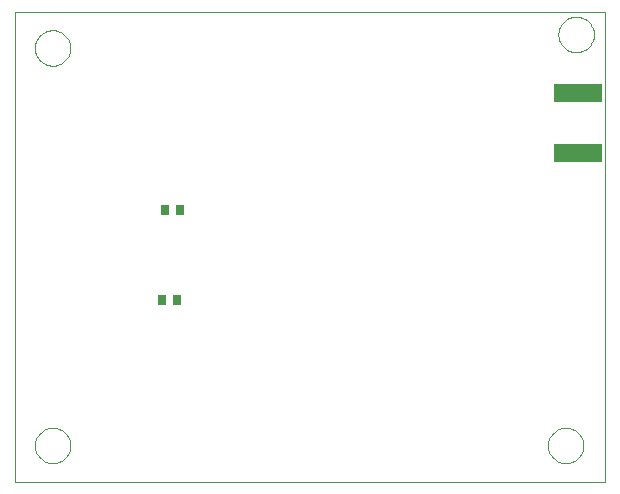
<source format=gbp>
G75*
G70*
%OFA0B0*%
%FSLAX24Y24*%
%IPPOS*%
%LPD*%
%AMOC8*
5,1,8,0,0,1.08239X$1,22.5*
%
%ADD10C,0.0000*%
%ADD11R,0.1600X0.0600*%
%ADD12R,0.0250X0.0370*%
D10*
X000671Y003960D02*
X020356Y003960D01*
X020356Y019645D01*
X000671Y019645D01*
X000671Y003960D01*
X001343Y005184D02*
X001345Y005232D01*
X001351Y005280D01*
X001361Y005327D01*
X001374Y005373D01*
X001392Y005418D01*
X001412Y005462D01*
X001437Y005504D01*
X001465Y005543D01*
X001495Y005580D01*
X001529Y005614D01*
X001566Y005646D01*
X001604Y005675D01*
X001645Y005700D01*
X001688Y005722D01*
X001733Y005740D01*
X001779Y005754D01*
X001826Y005765D01*
X001874Y005772D01*
X001922Y005775D01*
X001970Y005774D01*
X002018Y005769D01*
X002066Y005760D01*
X002112Y005748D01*
X002157Y005731D01*
X002201Y005711D01*
X002243Y005688D01*
X002283Y005661D01*
X002321Y005631D01*
X002356Y005598D01*
X002388Y005562D01*
X002418Y005524D01*
X002444Y005483D01*
X002466Y005440D01*
X002486Y005396D01*
X002501Y005351D01*
X002513Y005304D01*
X002521Y005256D01*
X002525Y005208D01*
X002525Y005160D01*
X002521Y005112D01*
X002513Y005064D01*
X002501Y005017D01*
X002486Y004972D01*
X002466Y004928D01*
X002444Y004885D01*
X002418Y004844D01*
X002388Y004806D01*
X002356Y004770D01*
X002321Y004737D01*
X002283Y004707D01*
X002243Y004680D01*
X002201Y004657D01*
X002157Y004637D01*
X002112Y004620D01*
X002066Y004608D01*
X002018Y004599D01*
X001970Y004594D01*
X001922Y004593D01*
X001874Y004596D01*
X001826Y004603D01*
X001779Y004614D01*
X001733Y004628D01*
X001688Y004646D01*
X001645Y004668D01*
X001604Y004693D01*
X001566Y004722D01*
X001529Y004754D01*
X001495Y004788D01*
X001465Y004825D01*
X001437Y004864D01*
X001412Y004906D01*
X001392Y004950D01*
X001374Y004995D01*
X001361Y005041D01*
X001351Y005088D01*
X001345Y005136D01*
X001343Y005184D01*
X001343Y018434D02*
X001345Y018482D01*
X001351Y018530D01*
X001361Y018577D01*
X001374Y018623D01*
X001392Y018668D01*
X001412Y018712D01*
X001437Y018754D01*
X001465Y018793D01*
X001495Y018830D01*
X001529Y018864D01*
X001566Y018896D01*
X001604Y018925D01*
X001645Y018950D01*
X001688Y018972D01*
X001733Y018990D01*
X001779Y019004D01*
X001826Y019015D01*
X001874Y019022D01*
X001922Y019025D01*
X001970Y019024D01*
X002018Y019019D01*
X002066Y019010D01*
X002112Y018998D01*
X002157Y018981D01*
X002201Y018961D01*
X002243Y018938D01*
X002283Y018911D01*
X002321Y018881D01*
X002356Y018848D01*
X002388Y018812D01*
X002418Y018774D01*
X002444Y018733D01*
X002466Y018690D01*
X002486Y018646D01*
X002501Y018601D01*
X002513Y018554D01*
X002521Y018506D01*
X002525Y018458D01*
X002525Y018410D01*
X002521Y018362D01*
X002513Y018314D01*
X002501Y018267D01*
X002486Y018222D01*
X002466Y018178D01*
X002444Y018135D01*
X002418Y018094D01*
X002388Y018056D01*
X002356Y018020D01*
X002321Y017987D01*
X002283Y017957D01*
X002243Y017930D01*
X002201Y017907D01*
X002157Y017887D01*
X002112Y017870D01*
X002066Y017858D01*
X002018Y017849D01*
X001970Y017844D01*
X001922Y017843D01*
X001874Y017846D01*
X001826Y017853D01*
X001779Y017864D01*
X001733Y017878D01*
X001688Y017896D01*
X001645Y017918D01*
X001604Y017943D01*
X001566Y017972D01*
X001529Y018004D01*
X001495Y018038D01*
X001465Y018075D01*
X001437Y018114D01*
X001412Y018156D01*
X001392Y018200D01*
X001374Y018245D01*
X001361Y018291D01*
X001351Y018338D01*
X001345Y018386D01*
X001343Y018434D01*
X018443Y005184D02*
X018445Y005232D01*
X018451Y005280D01*
X018461Y005327D01*
X018474Y005373D01*
X018492Y005418D01*
X018512Y005462D01*
X018537Y005504D01*
X018565Y005543D01*
X018595Y005580D01*
X018629Y005614D01*
X018666Y005646D01*
X018704Y005675D01*
X018745Y005700D01*
X018788Y005722D01*
X018833Y005740D01*
X018879Y005754D01*
X018926Y005765D01*
X018974Y005772D01*
X019022Y005775D01*
X019070Y005774D01*
X019118Y005769D01*
X019166Y005760D01*
X019212Y005748D01*
X019257Y005731D01*
X019301Y005711D01*
X019343Y005688D01*
X019383Y005661D01*
X019421Y005631D01*
X019456Y005598D01*
X019488Y005562D01*
X019518Y005524D01*
X019544Y005483D01*
X019566Y005440D01*
X019586Y005396D01*
X019601Y005351D01*
X019613Y005304D01*
X019621Y005256D01*
X019625Y005208D01*
X019625Y005160D01*
X019621Y005112D01*
X019613Y005064D01*
X019601Y005017D01*
X019586Y004972D01*
X019566Y004928D01*
X019544Y004885D01*
X019518Y004844D01*
X019488Y004806D01*
X019456Y004770D01*
X019421Y004737D01*
X019383Y004707D01*
X019343Y004680D01*
X019301Y004657D01*
X019257Y004637D01*
X019212Y004620D01*
X019166Y004608D01*
X019118Y004599D01*
X019070Y004594D01*
X019022Y004593D01*
X018974Y004596D01*
X018926Y004603D01*
X018879Y004614D01*
X018833Y004628D01*
X018788Y004646D01*
X018745Y004668D01*
X018704Y004693D01*
X018666Y004722D01*
X018629Y004754D01*
X018595Y004788D01*
X018565Y004825D01*
X018537Y004864D01*
X018512Y004906D01*
X018492Y004950D01*
X018474Y004995D01*
X018461Y005041D01*
X018451Y005088D01*
X018445Y005136D01*
X018443Y005184D01*
X018793Y018884D02*
X018795Y018932D01*
X018801Y018980D01*
X018811Y019027D01*
X018824Y019073D01*
X018842Y019118D01*
X018862Y019162D01*
X018887Y019204D01*
X018915Y019243D01*
X018945Y019280D01*
X018979Y019314D01*
X019016Y019346D01*
X019054Y019375D01*
X019095Y019400D01*
X019138Y019422D01*
X019183Y019440D01*
X019229Y019454D01*
X019276Y019465D01*
X019324Y019472D01*
X019372Y019475D01*
X019420Y019474D01*
X019468Y019469D01*
X019516Y019460D01*
X019562Y019448D01*
X019607Y019431D01*
X019651Y019411D01*
X019693Y019388D01*
X019733Y019361D01*
X019771Y019331D01*
X019806Y019298D01*
X019838Y019262D01*
X019868Y019224D01*
X019894Y019183D01*
X019916Y019140D01*
X019936Y019096D01*
X019951Y019051D01*
X019963Y019004D01*
X019971Y018956D01*
X019975Y018908D01*
X019975Y018860D01*
X019971Y018812D01*
X019963Y018764D01*
X019951Y018717D01*
X019936Y018672D01*
X019916Y018628D01*
X019894Y018585D01*
X019868Y018544D01*
X019838Y018506D01*
X019806Y018470D01*
X019771Y018437D01*
X019733Y018407D01*
X019693Y018380D01*
X019651Y018357D01*
X019607Y018337D01*
X019562Y018320D01*
X019516Y018308D01*
X019468Y018299D01*
X019420Y018294D01*
X019372Y018293D01*
X019324Y018296D01*
X019276Y018303D01*
X019229Y018314D01*
X019183Y018328D01*
X019138Y018346D01*
X019095Y018368D01*
X019054Y018393D01*
X019016Y018422D01*
X018979Y018454D01*
X018945Y018488D01*
X018915Y018525D01*
X018887Y018564D01*
X018862Y018606D01*
X018842Y018650D01*
X018824Y018695D01*
X018811Y018741D01*
X018801Y018788D01*
X018795Y018836D01*
X018793Y018884D01*
D11*
X019434Y016944D03*
X019434Y014944D03*
D12*
X006184Y013034D03*
X005684Y013034D03*
X005584Y010034D03*
X006084Y010034D03*
M02*

</source>
